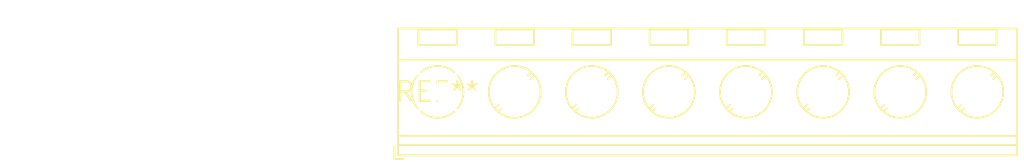
<source format=kicad_pcb>
(kicad_pcb (version 20240108) (generator pcbnew)
  (layers (0 "F.Cu" signal) (31 "B.Cu" signal) (34 "B.Paste" user) (35 "F.Paste" user) (36 "B.SilkS" user "B.Silkscreen") (37 "F.SilkS" user "F.Silkscreen") (38 "B.Mask" user) (39 "F.Mask" user) (44 "Edge.Cuts" user))
  (net 0 "")
  (footprint "TerminalBlock_RND_205-00051_1x08_P5.00mm_Horizontal" (layer "F.Cu") (at 0 0)
    (property "Reference" "REF**")
    (property "Value" "TerminalBlock_RND_205-00051_1x08_P5.00mm_Horizontal")
    (fp_line (start -2.8 3.51) (end -2.8 4.35) (layer "F.SilkS") (stroke (width 0.12)))
    (fp_line (start -2.8 4.35) (end -2.2 4.35) (layer "F.SilkS") (stroke (width 0.12)))
    (fp_line (start -2.56 -4.11) (end -2.56 4.11) (layer "F.SilkS") (stroke (width 0.12)))
    (fp_line (start -2.56 -4.11) (end 37.56 -4.11) (layer "F.SilkS") (stroke (width 0.12)))
    (fp_line (start -2.56 -2.05) (end 37.56 -2.05) (layer "F.SilkS") (stroke (width 0.12)))
    (fp_line (start -2.56 2.85) (end 37.56 2.85) (layer "F.SilkS") (stroke (width 0.12)))
    (fp_line (start -2.56 3.45) (end 37.56 3.45) (layer "F.SilkS") (stroke (width 0.12)))
    (fp_line (start -2.56 4.11) (end 37.56 4.11) (layer "F.SilkS") (stroke (width 0.12)))
    (fp_line (start -1.25 -4.05) (end -1.25 -3.05) (layer "F.SilkS") (stroke (width 0.12)))
    (fp_line (start -1.25 -4.05) (end 1.25 -4.05) (layer "F.SilkS") (stroke (width 0.12)))
    (fp_line (start -1.25 -3.05) (end 1.25 -3.05) (layer "F.SilkS") (stroke (width 0.12)))
    (fp_line (start 1.25 -4.05) (end 1.25 -3.05) (layer "F.SilkS") (stroke (width 0.12)))
    (fp_line (start 3.75 -4.05) (end 3.75 -3.05) (layer "F.SilkS") (stroke (width 0.12)))
    (fp_line (start 3.75 -4.05) (end 6.25 -4.05) (layer "F.SilkS") (stroke (width 0.12)))
    (fp_line (start 3.75 -3.05) (end 6.25 -3.05) (layer "F.SilkS") (stroke (width 0.12)))
    (fp_line (start 3.972 0.823) (end 3.726 1.069) (layer "F.SilkS") (stroke (width 0.12)))
    (fp_line (start 4.13 1.075) (end 3.931 1.274) (layer "F.SilkS") (stroke (width 0.12)))
    (fp_line (start 6.07 -1.275) (end 5.859 -1.064) (layer "F.SilkS") (stroke (width 0.12)))
    (fp_line (start 6.25 -4.05) (end 6.25 -3.05) (layer "F.SilkS") (stroke (width 0.12)))
    (fp_line (start 6.275 -1.069) (end 6.029 -0.823) (layer "F.SilkS") (stroke (width 0.12)))
    (fp_line (start 8.75 -4.05) (end 8.75 -3.05) (layer "F.SilkS") (stroke (width 0.12)))
    (fp_line (start 8.75 -4.05) (end 11.25 -4.05) (layer "F.SilkS") (stroke (width 0.12)))
    (fp_line (start 8.75 -3.05) (end 11.25 -3.05) (layer "F.SilkS") (stroke (width 0.12)))
    (fp_line (start 8.972 0.823) (end 8.726 1.069) (layer "F.SilkS") (stroke (width 0.12)))
    (fp_line (start 9.13 1.075) (end 8.931 1.274) (layer "F.SilkS") (stroke (width 0.12)))
    (fp_line (start 11.07 -1.275) (end 10.859 -1.064) (layer "F.SilkS") (stroke (width 0.12)))
    (fp_line (start 11.25 -4.05) (end 11.25 -3.05) (layer "F.SilkS") (stroke (width 0.12)))
    (fp_line (start 11.275 -1.069) (end 11.029 -0.823) (layer "F.SilkS") (stroke (width 0.12)))
    (fp_line (start 13.75 -4.05) (end 13.75 -3.05) (layer "F.SilkS") (stroke (width 0.12)))
    (fp_line (start 13.75 -4.05) (end 16.25 -4.05) (layer "F.SilkS") (stroke (width 0.12)))
    (fp_line (start 13.75 -3.05) (end 16.25 -3.05) (layer "F.SilkS") (stroke (width 0.12)))
    (fp_line (start 13.972 0.823) (end 13.726 1.069) (layer "F.SilkS") (stroke (width 0.12)))
    (fp_line (start 14.13 1.075) (end 13.931 1.274) (layer "F.SilkS") (stroke (width 0.12)))
    (fp_line (start 16.07 -1.275) (end 15.859 -1.064) (layer "F.SilkS") (stroke (width 0.12)))
    (fp_line (start 16.25 -4.05) (end 16.25 -3.05) (layer "F.SilkS") (stroke (width 0.12)))
    (fp_line (start 16.275 -1.069) (end 16.029 -0.823) (layer "F.SilkS") (stroke (width 0.12)))
    (fp_line (start 18.75 -4.05) (end 18.75 -3.05) (layer "F.SilkS") (stroke (width 0.12)))
    (fp_line (start 18.75 -4.05) (end 21.25 -4.05) (layer "F.SilkS") (stroke (width 0.12)))
    (fp_line (start 18.75 -3.05) (end 21.25 -3.05) (layer "F.SilkS") (stroke (width 0.12)))
    (fp_line (start 18.972 0.823) (end 18.726 1.069) (layer "F.SilkS") (stroke (width 0.12)))
    (fp_line (start 19.13 1.075) (end 18.931 1.274) (layer "F.SilkS") (stroke (width 0.12)))
    (fp_line (start 21.07 -1.275) (end 20.859 -1.064) (layer "F.SilkS") (stroke (width 0.12)))
    (fp_line (start 21.25 -4.05) (end 21.25 -3.05) (layer "F.SilkS") (stroke (width 0.12)))
    (fp_line (start 21.275 -1.069) (end 21.029 -0.823) (layer "F.SilkS") (stroke (width 0.12)))
    (fp_line (start 23.75 -4.05) (end 23.75 -3.05) (layer "F.SilkS") (stroke (width 0.12)))
    (fp_line (start 23.75 -4.05) (end 26.25 -4.05) (layer "F.SilkS") (stroke (width 0.12)))
    (fp_line (start 23.75 -3.05) (end 26.25 -3.05) (layer "F.SilkS") (stroke (width 0.12)))
    (fp_line (start 23.972 0.823) (end 23.726 1.069) (layer "F.SilkS") (stroke (width 0.12)))
    (fp_line (start 24.13 1.075) (end 23.931 1.274) (layer "F.SilkS") (stroke (width 0.12)))
    (fp_line (start 26.07 -1.275) (end 25.859 -1.064) (layer "F.SilkS") (stroke (width 0.12)))
    (fp_line (start 26.25 -4.05) (end 26.25 -3.05) (layer "F.SilkS") (stroke (width 0.12)))
    (fp_line (start 26.275 -1.069) (end 26.029 -0.823) (layer "F.SilkS") (stroke (width 0.12)))
    (fp_line (start 28.75 -4.05) (end 28.75 -3.05) (layer "F.SilkS") (stroke (width 0.12)))
    (fp_line (start 28.75 -4.05) (end 31.25 -4.05) (layer "F.SilkS") (stroke (width 0.12)))
    (fp_line (start 28.75 -3.05) (end 31.25 -3.05) (layer "F.SilkS") (stroke (width 0.12)))
    (fp_line (start 28.972 0.823) (end 28.726 1.069) (layer "F.SilkS") (stroke (width 0.12)))
    (fp_line (start 29.13 1.075) (end 28.931 1.274) (layer "F.SilkS") (stroke (width 0.12)))
    (fp_line (start 31.07 -1.275) (end 30.859 -1.064) (layer "F.SilkS") (stroke (width 0.12)))
    (fp_line (start 31.25 -4.05) (end 31.25 -3.05) (layer "F.SilkS") (stroke (width 0.12)))
    (fp_line (start 31.275 -1.069) (end 31.029 -0.823) (layer "F.SilkS") (stroke (width 0.12)))
    (fp_line (start 33.75 -4.05) (end 33.75 -3.05) (layer "F.SilkS") (stroke (width 0.12)))
    (fp_line (start 33.75 -4.05) (end 36.25 -4.05) (layer "F.SilkS") (stroke (width 0.12)))
    (fp_line (start 33.75 -3.05) (end 36.25 -3.05) (layer "F.SilkS") (stroke (width 0.12)))
    (fp_line (start 33.972 0.823) (end 33.726 1.069) (layer "F.SilkS") (stroke (width 0.12)))
    (fp_line (start 34.13 1.075) (end 33.931 1.274) (layer "F.SilkS") (stroke (width 0.12)))
    (fp_line (start 36.07 -1.275) (end 35.859 -1.064) (layer "F.SilkS") (stroke (width 0.12)))
    (fp_line (start 36.25 -4.05) (end 36.25 -3.05) (layer "F.SilkS") (stroke (width 0.12)))
    (fp_line (start 36.275 -1.069) (end 36.029 -0.823) (layer "F.SilkS") (stroke (width 0.12)))
    (fp_line (start 37.56 -4.11) (end 37.56 4.11) (layer "F.SilkS") (stroke (width 0.12)))
    (fp_arc (start -1.288062 1.079734) (mid -1.680752 -0.000826) (end -1.287 -1.081) (layer "F.SilkS") (stroke (width 0.12)))
    (fp_arc (start -1.079908 -1.287078) (mid 6e-05 -1.68011) (end 1.08 -1.287) (layer "F.SilkS") (stroke (width 0.12)))
    (fp_arc (start 0.028507 1.680511) (mid -0.561826 1.584071) (end -1.081 1.287) (layer "F.SilkS") (stroke (width 0.12)))
    (fp_arc (start 1.079883 1.286955) (mid 0.574594 1.578684) (end 0 1.68) (layer "F.SilkS") (stroke (width 0.12)))
    (fp_arc (start 1.287078 -1.079908) (mid 1.68011 6e-05) (end 1.287 1.08) (layer "F.SilkS") (stroke (width 0.12)))
    (fp_circle (center 5 0) (end 6.68 0) (layer "F.SilkS") (stroke (width 0.12)) (fill none))
    (fp_circle (center 10 0) (end 11.68 0) (layer "F.SilkS") (stroke (width 0.12)) (fill none))
    (fp_circle (center 15 0) (end 16.68 0) (layer "F.SilkS") (stroke (width 0.12)) (fill none))
    (fp_circle (center 20 0) (end 21.68 0) (layer "F.SilkS") (stroke (width 0.12)) (fill none))
    (fp_circle (center 25 0) (end 26.68 0) (layer "F.SilkS") (stroke (width 0.12)) (fill none))
    (fp_circle (center 30 0) (end 31.68 0) (layer "F.SilkS") (stroke (width 0.12)) (fill none))
    (fp_circle (center 35 0) (end 36.68 0) (layer "F.SilkS") (stroke (width 0.12)) (fill none))
    (pad "1" thru_hole rect (at 0 0) (size 2.1 2.1) (drill 1.1) (layers *.Cu *.Mask) (remove_unused_layers))
    (pad "2" thru_hole circle (at 5 0) (size 2.1 2.1) (drill 1.1) (layers *.Cu *.Mask) (remove_unused_layers))
    (pad "3" thru_hole circle (at 10 0) (size 2.1 2.1) (drill 1.1) (layers *.Cu *.Mask) (remove_unused_layers))
    (pad "4" thru_hole circle (at 15 0) (size 2.1 2.1) (drill 1.1) (layers *.Cu *.Mask) (remove_unused_layers))
    (pad "5" thru_hole circle (at 20 0) (size 2.1 2.1) (drill 1.1) (layers *.Cu *.Mask) (remove_unused_layers))
    (pad "6" thru_hole circle (at 25 0) (size 2.1 2.1) (drill 1.1) (layers *.Cu *.Mask) (remove_unused_layers))
    (pad "7" thru_hole circle (at 30 0) (size 2.1 2.1) (drill 1.1) (layers *.Cu *.Mask) (remove_unused_layers))
    (pad "8" thru_hole circle (at 35 0) (size 2.1 2.1) (drill 1.1) (layers *.Cu *.Mask) (remove_unused_layers))
  )
)
</source>
